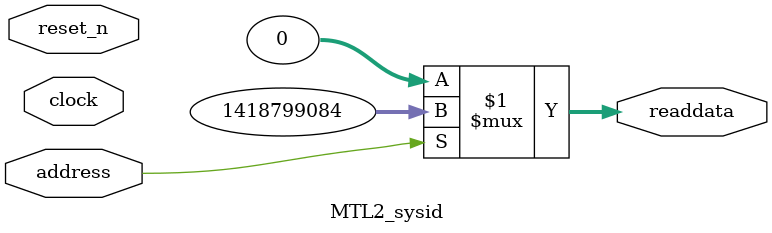
<source format=v>

`timescale 1ns / 1ps
// synthesis translate_on

// turn off superfluous verilog processor warnings 
// altera message_level Level1 
// altera message_off 10034 10035 10036 10037 10230 10240 10030 

module MTL2_sysid (
               // inputs:
                address,
                clock,
                reset_n,

               // outputs:
                readdata
             )
;

  output  [ 31: 0] readdata;
  input            address;
  input            clock;
  input            reset_n;

  wire    [ 31: 0] readdata;
  //control_slave, which is an e_avalon_slave
  assign readdata = address ? 1418799084 : 0;

endmodule




</source>
